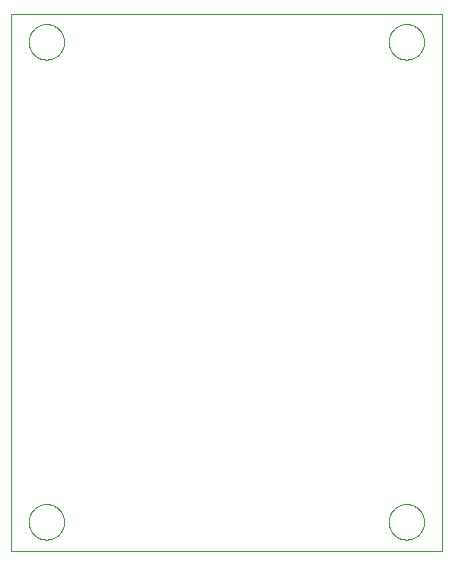
<source format=gbr>
G04 EAGLE Gerber RS-274X export*
G75*
%MOMM*%
%FSLAX34Y34*%
%LPD*%
%IN*%
%IPPOS*%
%AMOC8*
5,1,8,0,0,1.08239X$1,22.5*%
G01*
%ADD10C,0.025400*%
%ADD11C,0.000000*%


D10*
X0Y0D02*
X364800Y0D01*
X364800Y455400D01*
X0Y455400D01*
X0Y0D01*
D11*
X15000Y25000D02*
X15005Y25368D01*
X15018Y25736D01*
X15041Y26103D01*
X15072Y26470D01*
X15113Y26836D01*
X15162Y27201D01*
X15221Y27564D01*
X15288Y27926D01*
X15364Y28287D01*
X15450Y28645D01*
X15543Y29001D01*
X15646Y29354D01*
X15757Y29705D01*
X15877Y30053D01*
X16005Y30398D01*
X16142Y30740D01*
X16287Y31079D01*
X16440Y31413D01*
X16602Y31744D01*
X16771Y32071D01*
X16949Y32393D01*
X17134Y32712D01*
X17327Y33025D01*
X17528Y33334D01*
X17736Y33637D01*
X17952Y33935D01*
X18175Y34228D01*
X18405Y34516D01*
X18642Y34798D01*
X18886Y35073D01*
X19136Y35343D01*
X19393Y35607D01*
X19657Y35864D01*
X19927Y36114D01*
X20202Y36358D01*
X20484Y36595D01*
X20772Y36825D01*
X21065Y37048D01*
X21363Y37264D01*
X21666Y37472D01*
X21975Y37673D01*
X22288Y37866D01*
X22607Y38051D01*
X22929Y38229D01*
X23256Y38398D01*
X23587Y38560D01*
X23921Y38713D01*
X24260Y38858D01*
X24602Y38995D01*
X24947Y39123D01*
X25295Y39243D01*
X25646Y39354D01*
X25999Y39457D01*
X26355Y39550D01*
X26713Y39636D01*
X27074Y39712D01*
X27436Y39779D01*
X27799Y39838D01*
X28164Y39887D01*
X28530Y39928D01*
X28897Y39959D01*
X29264Y39982D01*
X29632Y39995D01*
X30000Y40000D01*
X30368Y39995D01*
X30736Y39982D01*
X31103Y39959D01*
X31470Y39928D01*
X31836Y39887D01*
X32201Y39838D01*
X32564Y39779D01*
X32926Y39712D01*
X33287Y39636D01*
X33645Y39550D01*
X34001Y39457D01*
X34354Y39354D01*
X34705Y39243D01*
X35053Y39123D01*
X35398Y38995D01*
X35740Y38858D01*
X36079Y38713D01*
X36413Y38560D01*
X36744Y38398D01*
X37071Y38229D01*
X37393Y38051D01*
X37712Y37866D01*
X38025Y37673D01*
X38334Y37472D01*
X38637Y37264D01*
X38935Y37048D01*
X39228Y36825D01*
X39516Y36595D01*
X39798Y36358D01*
X40073Y36114D01*
X40343Y35864D01*
X40607Y35607D01*
X40864Y35343D01*
X41114Y35073D01*
X41358Y34798D01*
X41595Y34516D01*
X41825Y34228D01*
X42048Y33935D01*
X42264Y33637D01*
X42472Y33334D01*
X42673Y33025D01*
X42866Y32712D01*
X43051Y32393D01*
X43229Y32071D01*
X43398Y31744D01*
X43560Y31413D01*
X43713Y31079D01*
X43858Y30740D01*
X43995Y30398D01*
X44123Y30053D01*
X44243Y29705D01*
X44354Y29354D01*
X44457Y29001D01*
X44550Y28645D01*
X44636Y28287D01*
X44712Y27926D01*
X44779Y27564D01*
X44838Y27201D01*
X44887Y26836D01*
X44928Y26470D01*
X44959Y26103D01*
X44982Y25736D01*
X44995Y25368D01*
X45000Y25000D01*
X44995Y24632D01*
X44982Y24264D01*
X44959Y23897D01*
X44928Y23530D01*
X44887Y23164D01*
X44838Y22799D01*
X44779Y22436D01*
X44712Y22074D01*
X44636Y21713D01*
X44550Y21355D01*
X44457Y20999D01*
X44354Y20646D01*
X44243Y20295D01*
X44123Y19947D01*
X43995Y19602D01*
X43858Y19260D01*
X43713Y18921D01*
X43560Y18587D01*
X43398Y18256D01*
X43229Y17929D01*
X43051Y17607D01*
X42866Y17288D01*
X42673Y16975D01*
X42472Y16666D01*
X42264Y16363D01*
X42048Y16065D01*
X41825Y15772D01*
X41595Y15484D01*
X41358Y15202D01*
X41114Y14927D01*
X40864Y14657D01*
X40607Y14393D01*
X40343Y14136D01*
X40073Y13886D01*
X39798Y13642D01*
X39516Y13405D01*
X39228Y13175D01*
X38935Y12952D01*
X38637Y12736D01*
X38334Y12528D01*
X38025Y12327D01*
X37712Y12134D01*
X37393Y11949D01*
X37071Y11771D01*
X36744Y11602D01*
X36413Y11440D01*
X36079Y11287D01*
X35740Y11142D01*
X35398Y11005D01*
X35053Y10877D01*
X34705Y10757D01*
X34354Y10646D01*
X34001Y10543D01*
X33645Y10450D01*
X33287Y10364D01*
X32926Y10288D01*
X32564Y10221D01*
X32201Y10162D01*
X31836Y10113D01*
X31470Y10072D01*
X31103Y10041D01*
X30736Y10018D01*
X30368Y10005D01*
X30000Y10000D01*
X29632Y10005D01*
X29264Y10018D01*
X28897Y10041D01*
X28530Y10072D01*
X28164Y10113D01*
X27799Y10162D01*
X27436Y10221D01*
X27074Y10288D01*
X26713Y10364D01*
X26355Y10450D01*
X25999Y10543D01*
X25646Y10646D01*
X25295Y10757D01*
X24947Y10877D01*
X24602Y11005D01*
X24260Y11142D01*
X23921Y11287D01*
X23587Y11440D01*
X23256Y11602D01*
X22929Y11771D01*
X22607Y11949D01*
X22288Y12134D01*
X21975Y12327D01*
X21666Y12528D01*
X21363Y12736D01*
X21065Y12952D01*
X20772Y13175D01*
X20484Y13405D01*
X20202Y13642D01*
X19927Y13886D01*
X19657Y14136D01*
X19393Y14393D01*
X19136Y14657D01*
X18886Y14927D01*
X18642Y15202D01*
X18405Y15484D01*
X18175Y15772D01*
X17952Y16065D01*
X17736Y16363D01*
X17528Y16666D01*
X17327Y16975D01*
X17134Y17288D01*
X16949Y17607D01*
X16771Y17929D01*
X16602Y18256D01*
X16440Y18587D01*
X16287Y18921D01*
X16142Y19260D01*
X16005Y19602D01*
X15877Y19947D01*
X15757Y20295D01*
X15646Y20646D01*
X15543Y20999D01*
X15450Y21355D01*
X15364Y21713D01*
X15288Y22074D01*
X15221Y22436D01*
X15162Y22799D01*
X15113Y23164D01*
X15072Y23530D01*
X15041Y23897D01*
X15018Y24264D01*
X15005Y24632D01*
X15000Y25000D01*
X319800Y25000D02*
X319805Y25368D01*
X319818Y25736D01*
X319841Y26103D01*
X319872Y26470D01*
X319913Y26836D01*
X319962Y27201D01*
X320021Y27564D01*
X320088Y27926D01*
X320164Y28287D01*
X320250Y28645D01*
X320343Y29001D01*
X320446Y29354D01*
X320557Y29705D01*
X320677Y30053D01*
X320805Y30398D01*
X320942Y30740D01*
X321087Y31079D01*
X321240Y31413D01*
X321402Y31744D01*
X321571Y32071D01*
X321749Y32393D01*
X321934Y32712D01*
X322127Y33025D01*
X322328Y33334D01*
X322536Y33637D01*
X322752Y33935D01*
X322975Y34228D01*
X323205Y34516D01*
X323442Y34798D01*
X323686Y35073D01*
X323936Y35343D01*
X324193Y35607D01*
X324457Y35864D01*
X324727Y36114D01*
X325002Y36358D01*
X325284Y36595D01*
X325572Y36825D01*
X325865Y37048D01*
X326163Y37264D01*
X326466Y37472D01*
X326775Y37673D01*
X327088Y37866D01*
X327407Y38051D01*
X327729Y38229D01*
X328056Y38398D01*
X328387Y38560D01*
X328721Y38713D01*
X329060Y38858D01*
X329402Y38995D01*
X329747Y39123D01*
X330095Y39243D01*
X330446Y39354D01*
X330799Y39457D01*
X331155Y39550D01*
X331513Y39636D01*
X331874Y39712D01*
X332236Y39779D01*
X332599Y39838D01*
X332964Y39887D01*
X333330Y39928D01*
X333697Y39959D01*
X334064Y39982D01*
X334432Y39995D01*
X334800Y40000D01*
X335168Y39995D01*
X335536Y39982D01*
X335903Y39959D01*
X336270Y39928D01*
X336636Y39887D01*
X337001Y39838D01*
X337364Y39779D01*
X337726Y39712D01*
X338087Y39636D01*
X338445Y39550D01*
X338801Y39457D01*
X339154Y39354D01*
X339505Y39243D01*
X339853Y39123D01*
X340198Y38995D01*
X340540Y38858D01*
X340879Y38713D01*
X341213Y38560D01*
X341544Y38398D01*
X341871Y38229D01*
X342193Y38051D01*
X342512Y37866D01*
X342825Y37673D01*
X343134Y37472D01*
X343437Y37264D01*
X343735Y37048D01*
X344028Y36825D01*
X344316Y36595D01*
X344598Y36358D01*
X344873Y36114D01*
X345143Y35864D01*
X345407Y35607D01*
X345664Y35343D01*
X345914Y35073D01*
X346158Y34798D01*
X346395Y34516D01*
X346625Y34228D01*
X346848Y33935D01*
X347064Y33637D01*
X347272Y33334D01*
X347473Y33025D01*
X347666Y32712D01*
X347851Y32393D01*
X348029Y32071D01*
X348198Y31744D01*
X348360Y31413D01*
X348513Y31079D01*
X348658Y30740D01*
X348795Y30398D01*
X348923Y30053D01*
X349043Y29705D01*
X349154Y29354D01*
X349257Y29001D01*
X349350Y28645D01*
X349436Y28287D01*
X349512Y27926D01*
X349579Y27564D01*
X349638Y27201D01*
X349687Y26836D01*
X349728Y26470D01*
X349759Y26103D01*
X349782Y25736D01*
X349795Y25368D01*
X349800Y25000D01*
X349795Y24632D01*
X349782Y24264D01*
X349759Y23897D01*
X349728Y23530D01*
X349687Y23164D01*
X349638Y22799D01*
X349579Y22436D01*
X349512Y22074D01*
X349436Y21713D01*
X349350Y21355D01*
X349257Y20999D01*
X349154Y20646D01*
X349043Y20295D01*
X348923Y19947D01*
X348795Y19602D01*
X348658Y19260D01*
X348513Y18921D01*
X348360Y18587D01*
X348198Y18256D01*
X348029Y17929D01*
X347851Y17607D01*
X347666Y17288D01*
X347473Y16975D01*
X347272Y16666D01*
X347064Y16363D01*
X346848Y16065D01*
X346625Y15772D01*
X346395Y15484D01*
X346158Y15202D01*
X345914Y14927D01*
X345664Y14657D01*
X345407Y14393D01*
X345143Y14136D01*
X344873Y13886D01*
X344598Y13642D01*
X344316Y13405D01*
X344028Y13175D01*
X343735Y12952D01*
X343437Y12736D01*
X343134Y12528D01*
X342825Y12327D01*
X342512Y12134D01*
X342193Y11949D01*
X341871Y11771D01*
X341544Y11602D01*
X341213Y11440D01*
X340879Y11287D01*
X340540Y11142D01*
X340198Y11005D01*
X339853Y10877D01*
X339505Y10757D01*
X339154Y10646D01*
X338801Y10543D01*
X338445Y10450D01*
X338087Y10364D01*
X337726Y10288D01*
X337364Y10221D01*
X337001Y10162D01*
X336636Y10113D01*
X336270Y10072D01*
X335903Y10041D01*
X335536Y10018D01*
X335168Y10005D01*
X334800Y10000D01*
X334432Y10005D01*
X334064Y10018D01*
X333697Y10041D01*
X333330Y10072D01*
X332964Y10113D01*
X332599Y10162D01*
X332236Y10221D01*
X331874Y10288D01*
X331513Y10364D01*
X331155Y10450D01*
X330799Y10543D01*
X330446Y10646D01*
X330095Y10757D01*
X329747Y10877D01*
X329402Y11005D01*
X329060Y11142D01*
X328721Y11287D01*
X328387Y11440D01*
X328056Y11602D01*
X327729Y11771D01*
X327407Y11949D01*
X327088Y12134D01*
X326775Y12327D01*
X326466Y12528D01*
X326163Y12736D01*
X325865Y12952D01*
X325572Y13175D01*
X325284Y13405D01*
X325002Y13642D01*
X324727Y13886D01*
X324457Y14136D01*
X324193Y14393D01*
X323936Y14657D01*
X323686Y14927D01*
X323442Y15202D01*
X323205Y15484D01*
X322975Y15772D01*
X322752Y16065D01*
X322536Y16363D01*
X322328Y16666D01*
X322127Y16975D01*
X321934Y17288D01*
X321749Y17607D01*
X321571Y17929D01*
X321402Y18256D01*
X321240Y18587D01*
X321087Y18921D01*
X320942Y19260D01*
X320805Y19602D01*
X320677Y19947D01*
X320557Y20295D01*
X320446Y20646D01*
X320343Y20999D01*
X320250Y21355D01*
X320164Y21713D01*
X320088Y22074D01*
X320021Y22436D01*
X319962Y22799D01*
X319913Y23164D01*
X319872Y23530D01*
X319841Y23897D01*
X319818Y24264D01*
X319805Y24632D01*
X319800Y25000D01*
X15000Y431400D02*
X15005Y431768D01*
X15018Y432136D01*
X15041Y432503D01*
X15072Y432870D01*
X15113Y433236D01*
X15162Y433601D01*
X15221Y433964D01*
X15288Y434326D01*
X15364Y434687D01*
X15450Y435045D01*
X15543Y435401D01*
X15646Y435754D01*
X15757Y436105D01*
X15877Y436453D01*
X16005Y436798D01*
X16142Y437140D01*
X16287Y437479D01*
X16440Y437813D01*
X16602Y438144D01*
X16771Y438471D01*
X16949Y438793D01*
X17134Y439112D01*
X17327Y439425D01*
X17528Y439734D01*
X17736Y440037D01*
X17952Y440335D01*
X18175Y440628D01*
X18405Y440916D01*
X18642Y441198D01*
X18886Y441473D01*
X19136Y441743D01*
X19393Y442007D01*
X19657Y442264D01*
X19927Y442514D01*
X20202Y442758D01*
X20484Y442995D01*
X20772Y443225D01*
X21065Y443448D01*
X21363Y443664D01*
X21666Y443872D01*
X21975Y444073D01*
X22288Y444266D01*
X22607Y444451D01*
X22929Y444629D01*
X23256Y444798D01*
X23587Y444960D01*
X23921Y445113D01*
X24260Y445258D01*
X24602Y445395D01*
X24947Y445523D01*
X25295Y445643D01*
X25646Y445754D01*
X25999Y445857D01*
X26355Y445950D01*
X26713Y446036D01*
X27074Y446112D01*
X27436Y446179D01*
X27799Y446238D01*
X28164Y446287D01*
X28530Y446328D01*
X28897Y446359D01*
X29264Y446382D01*
X29632Y446395D01*
X30000Y446400D01*
X30368Y446395D01*
X30736Y446382D01*
X31103Y446359D01*
X31470Y446328D01*
X31836Y446287D01*
X32201Y446238D01*
X32564Y446179D01*
X32926Y446112D01*
X33287Y446036D01*
X33645Y445950D01*
X34001Y445857D01*
X34354Y445754D01*
X34705Y445643D01*
X35053Y445523D01*
X35398Y445395D01*
X35740Y445258D01*
X36079Y445113D01*
X36413Y444960D01*
X36744Y444798D01*
X37071Y444629D01*
X37393Y444451D01*
X37712Y444266D01*
X38025Y444073D01*
X38334Y443872D01*
X38637Y443664D01*
X38935Y443448D01*
X39228Y443225D01*
X39516Y442995D01*
X39798Y442758D01*
X40073Y442514D01*
X40343Y442264D01*
X40607Y442007D01*
X40864Y441743D01*
X41114Y441473D01*
X41358Y441198D01*
X41595Y440916D01*
X41825Y440628D01*
X42048Y440335D01*
X42264Y440037D01*
X42472Y439734D01*
X42673Y439425D01*
X42866Y439112D01*
X43051Y438793D01*
X43229Y438471D01*
X43398Y438144D01*
X43560Y437813D01*
X43713Y437479D01*
X43858Y437140D01*
X43995Y436798D01*
X44123Y436453D01*
X44243Y436105D01*
X44354Y435754D01*
X44457Y435401D01*
X44550Y435045D01*
X44636Y434687D01*
X44712Y434326D01*
X44779Y433964D01*
X44838Y433601D01*
X44887Y433236D01*
X44928Y432870D01*
X44959Y432503D01*
X44982Y432136D01*
X44995Y431768D01*
X45000Y431400D01*
X44995Y431032D01*
X44982Y430664D01*
X44959Y430297D01*
X44928Y429930D01*
X44887Y429564D01*
X44838Y429199D01*
X44779Y428836D01*
X44712Y428474D01*
X44636Y428113D01*
X44550Y427755D01*
X44457Y427399D01*
X44354Y427046D01*
X44243Y426695D01*
X44123Y426347D01*
X43995Y426002D01*
X43858Y425660D01*
X43713Y425321D01*
X43560Y424987D01*
X43398Y424656D01*
X43229Y424329D01*
X43051Y424007D01*
X42866Y423688D01*
X42673Y423375D01*
X42472Y423066D01*
X42264Y422763D01*
X42048Y422465D01*
X41825Y422172D01*
X41595Y421884D01*
X41358Y421602D01*
X41114Y421327D01*
X40864Y421057D01*
X40607Y420793D01*
X40343Y420536D01*
X40073Y420286D01*
X39798Y420042D01*
X39516Y419805D01*
X39228Y419575D01*
X38935Y419352D01*
X38637Y419136D01*
X38334Y418928D01*
X38025Y418727D01*
X37712Y418534D01*
X37393Y418349D01*
X37071Y418171D01*
X36744Y418002D01*
X36413Y417840D01*
X36079Y417687D01*
X35740Y417542D01*
X35398Y417405D01*
X35053Y417277D01*
X34705Y417157D01*
X34354Y417046D01*
X34001Y416943D01*
X33645Y416850D01*
X33287Y416764D01*
X32926Y416688D01*
X32564Y416621D01*
X32201Y416562D01*
X31836Y416513D01*
X31470Y416472D01*
X31103Y416441D01*
X30736Y416418D01*
X30368Y416405D01*
X30000Y416400D01*
X29632Y416405D01*
X29264Y416418D01*
X28897Y416441D01*
X28530Y416472D01*
X28164Y416513D01*
X27799Y416562D01*
X27436Y416621D01*
X27074Y416688D01*
X26713Y416764D01*
X26355Y416850D01*
X25999Y416943D01*
X25646Y417046D01*
X25295Y417157D01*
X24947Y417277D01*
X24602Y417405D01*
X24260Y417542D01*
X23921Y417687D01*
X23587Y417840D01*
X23256Y418002D01*
X22929Y418171D01*
X22607Y418349D01*
X22288Y418534D01*
X21975Y418727D01*
X21666Y418928D01*
X21363Y419136D01*
X21065Y419352D01*
X20772Y419575D01*
X20484Y419805D01*
X20202Y420042D01*
X19927Y420286D01*
X19657Y420536D01*
X19393Y420793D01*
X19136Y421057D01*
X18886Y421327D01*
X18642Y421602D01*
X18405Y421884D01*
X18175Y422172D01*
X17952Y422465D01*
X17736Y422763D01*
X17528Y423066D01*
X17327Y423375D01*
X17134Y423688D01*
X16949Y424007D01*
X16771Y424329D01*
X16602Y424656D01*
X16440Y424987D01*
X16287Y425321D01*
X16142Y425660D01*
X16005Y426002D01*
X15877Y426347D01*
X15757Y426695D01*
X15646Y427046D01*
X15543Y427399D01*
X15450Y427755D01*
X15364Y428113D01*
X15288Y428474D01*
X15221Y428836D01*
X15162Y429199D01*
X15113Y429564D01*
X15072Y429930D01*
X15041Y430297D01*
X15018Y430664D01*
X15005Y431032D01*
X15000Y431400D01*
X319800Y431400D02*
X319805Y431768D01*
X319818Y432136D01*
X319841Y432503D01*
X319872Y432870D01*
X319913Y433236D01*
X319962Y433601D01*
X320021Y433964D01*
X320088Y434326D01*
X320164Y434687D01*
X320250Y435045D01*
X320343Y435401D01*
X320446Y435754D01*
X320557Y436105D01*
X320677Y436453D01*
X320805Y436798D01*
X320942Y437140D01*
X321087Y437479D01*
X321240Y437813D01*
X321402Y438144D01*
X321571Y438471D01*
X321749Y438793D01*
X321934Y439112D01*
X322127Y439425D01*
X322328Y439734D01*
X322536Y440037D01*
X322752Y440335D01*
X322975Y440628D01*
X323205Y440916D01*
X323442Y441198D01*
X323686Y441473D01*
X323936Y441743D01*
X324193Y442007D01*
X324457Y442264D01*
X324727Y442514D01*
X325002Y442758D01*
X325284Y442995D01*
X325572Y443225D01*
X325865Y443448D01*
X326163Y443664D01*
X326466Y443872D01*
X326775Y444073D01*
X327088Y444266D01*
X327407Y444451D01*
X327729Y444629D01*
X328056Y444798D01*
X328387Y444960D01*
X328721Y445113D01*
X329060Y445258D01*
X329402Y445395D01*
X329747Y445523D01*
X330095Y445643D01*
X330446Y445754D01*
X330799Y445857D01*
X331155Y445950D01*
X331513Y446036D01*
X331874Y446112D01*
X332236Y446179D01*
X332599Y446238D01*
X332964Y446287D01*
X333330Y446328D01*
X333697Y446359D01*
X334064Y446382D01*
X334432Y446395D01*
X334800Y446400D01*
X335168Y446395D01*
X335536Y446382D01*
X335903Y446359D01*
X336270Y446328D01*
X336636Y446287D01*
X337001Y446238D01*
X337364Y446179D01*
X337726Y446112D01*
X338087Y446036D01*
X338445Y445950D01*
X338801Y445857D01*
X339154Y445754D01*
X339505Y445643D01*
X339853Y445523D01*
X340198Y445395D01*
X340540Y445258D01*
X340879Y445113D01*
X341213Y444960D01*
X341544Y444798D01*
X341871Y444629D01*
X342193Y444451D01*
X342512Y444266D01*
X342825Y444073D01*
X343134Y443872D01*
X343437Y443664D01*
X343735Y443448D01*
X344028Y443225D01*
X344316Y442995D01*
X344598Y442758D01*
X344873Y442514D01*
X345143Y442264D01*
X345407Y442007D01*
X345664Y441743D01*
X345914Y441473D01*
X346158Y441198D01*
X346395Y440916D01*
X346625Y440628D01*
X346848Y440335D01*
X347064Y440037D01*
X347272Y439734D01*
X347473Y439425D01*
X347666Y439112D01*
X347851Y438793D01*
X348029Y438471D01*
X348198Y438144D01*
X348360Y437813D01*
X348513Y437479D01*
X348658Y437140D01*
X348795Y436798D01*
X348923Y436453D01*
X349043Y436105D01*
X349154Y435754D01*
X349257Y435401D01*
X349350Y435045D01*
X349436Y434687D01*
X349512Y434326D01*
X349579Y433964D01*
X349638Y433601D01*
X349687Y433236D01*
X349728Y432870D01*
X349759Y432503D01*
X349782Y432136D01*
X349795Y431768D01*
X349800Y431400D01*
X349795Y431032D01*
X349782Y430664D01*
X349759Y430297D01*
X349728Y429930D01*
X349687Y429564D01*
X349638Y429199D01*
X349579Y428836D01*
X349512Y428474D01*
X349436Y428113D01*
X349350Y427755D01*
X349257Y427399D01*
X349154Y427046D01*
X349043Y426695D01*
X348923Y426347D01*
X348795Y426002D01*
X348658Y425660D01*
X348513Y425321D01*
X348360Y424987D01*
X348198Y424656D01*
X348029Y424329D01*
X347851Y424007D01*
X347666Y423688D01*
X347473Y423375D01*
X347272Y423066D01*
X347064Y422763D01*
X346848Y422465D01*
X346625Y422172D01*
X346395Y421884D01*
X346158Y421602D01*
X345914Y421327D01*
X345664Y421057D01*
X345407Y420793D01*
X345143Y420536D01*
X344873Y420286D01*
X344598Y420042D01*
X344316Y419805D01*
X344028Y419575D01*
X343735Y419352D01*
X343437Y419136D01*
X343134Y418928D01*
X342825Y418727D01*
X342512Y418534D01*
X342193Y418349D01*
X341871Y418171D01*
X341544Y418002D01*
X341213Y417840D01*
X340879Y417687D01*
X340540Y417542D01*
X340198Y417405D01*
X339853Y417277D01*
X339505Y417157D01*
X339154Y417046D01*
X338801Y416943D01*
X338445Y416850D01*
X338087Y416764D01*
X337726Y416688D01*
X337364Y416621D01*
X337001Y416562D01*
X336636Y416513D01*
X336270Y416472D01*
X335903Y416441D01*
X335536Y416418D01*
X335168Y416405D01*
X334800Y416400D01*
X334432Y416405D01*
X334064Y416418D01*
X333697Y416441D01*
X333330Y416472D01*
X332964Y416513D01*
X332599Y416562D01*
X332236Y416621D01*
X331874Y416688D01*
X331513Y416764D01*
X331155Y416850D01*
X330799Y416943D01*
X330446Y417046D01*
X330095Y417157D01*
X329747Y417277D01*
X329402Y417405D01*
X329060Y417542D01*
X328721Y417687D01*
X328387Y417840D01*
X328056Y418002D01*
X327729Y418171D01*
X327407Y418349D01*
X327088Y418534D01*
X326775Y418727D01*
X326466Y418928D01*
X326163Y419136D01*
X325865Y419352D01*
X325572Y419575D01*
X325284Y419805D01*
X325002Y420042D01*
X324727Y420286D01*
X324457Y420536D01*
X324193Y420793D01*
X323936Y421057D01*
X323686Y421327D01*
X323442Y421602D01*
X323205Y421884D01*
X322975Y422172D01*
X322752Y422465D01*
X322536Y422763D01*
X322328Y423066D01*
X322127Y423375D01*
X321934Y423688D01*
X321749Y424007D01*
X321571Y424329D01*
X321402Y424656D01*
X321240Y424987D01*
X321087Y425321D01*
X320942Y425660D01*
X320805Y426002D01*
X320677Y426347D01*
X320557Y426695D01*
X320446Y427046D01*
X320343Y427399D01*
X320250Y427755D01*
X320164Y428113D01*
X320088Y428474D01*
X320021Y428836D01*
X319962Y429199D01*
X319913Y429564D01*
X319872Y429930D01*
X319841Y430297D01*
X319818Y430664D01*
X319805Y431032D01*
X319800Y431400D01*
M02*

</source>
